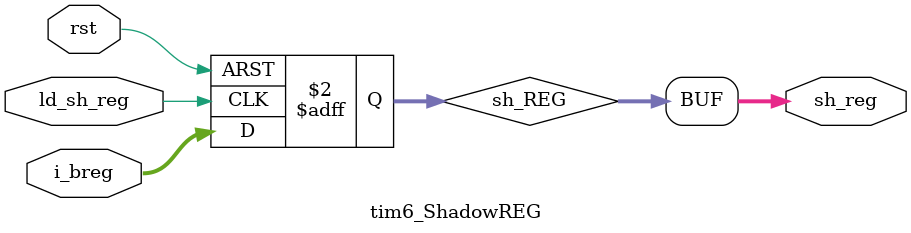
<source format=v>


module tim6_ShadowREG(
    input wire rst,

    input wire ld_sh_reg,       // Load Shadow Registers    
    input wire [15:0] i_breg,   // Input Buffer Register

    output wire [15:0] sh_reg   // Output Shadow Register
    );

reg [15:0] sh_REG; // Shadow Register

assign sh_reg = sh_REG;

always @(posedge ld_sh_reg or posedge rst) begin
    if (rst) begin
        sh_REG <= 0; 
    end
    else if (ld_sh_reg) begin 
       sh_REG <= i_breg; 
    end 
end


endmodule
</source>
